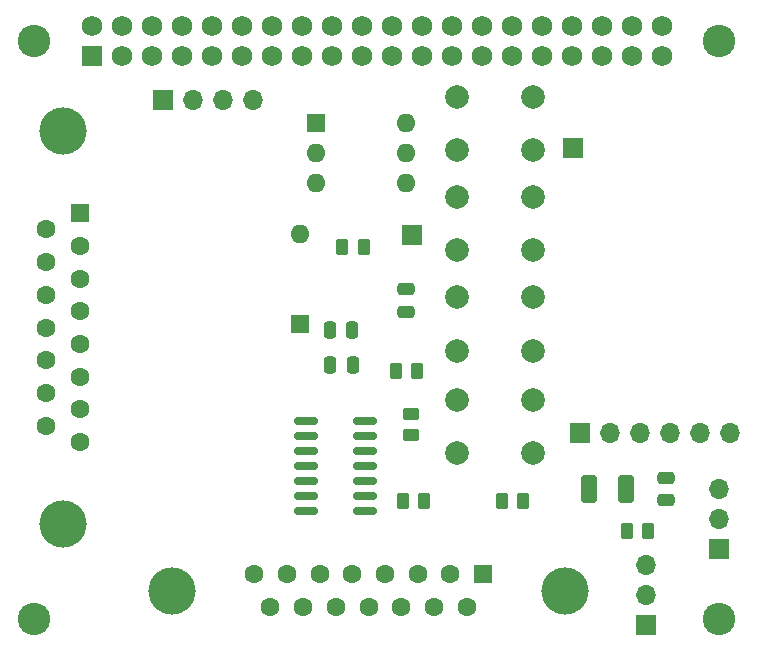
<source format=gts>
G04 #@! TF.GenerationSoftware,KiCad,Pcbnew,7.0.9*
G04 #@! TF.CreationDate,2023-12-26T00:02:25-07:00*
G04 #@! TF.ProjectId,midi_test,6d696469-5f74-4657-9374-2e6b69636164,rev?*
G04 #@! TF.SameCoordinates,Original*
G04 #@! TF.FileFunction,Soldermask,Top*
G04 #@! TF.FilePolarity,Negative*
%FSLAX46Y46*%
G04 Gerber Fmt 4.6, Leading zero omitted, Abs format (unit mm)*
G04 Created by KiCad (PCBNEW 7.0.9) date 2023-12-26 00:02:25*
%MOMM*%
%LPD*%
G01*
G04 APERTURE LIST*
G04 Aperture macros list*
%AMRoundRect*
0 Rectangle with rounded corners*
0 $1 Rounding radius*
0 $2 $3 $4 $5 $6 $7 $8 $9 X,Y pos of 4 corners*
0 Add a 4 corners polygon primitive as box body*
4,1,4,$2,$3,$4,$5,$6,$7,$8,$9,$2,$3,0*
0 Add four circle primitives for the rounded corners*
1,1,$1+$1,$2,$3*
1,1,$1+$1,$4,$5*
1,1,$1+$1,$6,$7*
1,1,$1+$1,$8,$9*
0 Add four rect primitives between the rounded corners*
20,1,$1+$1,$2,$3,$4,$5,0*
20,1,$1+$1,$4,$5,$6,$7,0*
20,1,$1+$1,$6,$7,$8,$9,0*
20,1,$1+$1,$8,$9,$2,$3,0*%
G04 Aperture macros list end*
%ADD10RoundRect,0.250000X-0.475000X0.250000X-0.475000X-0.250000X0.475000X-0.250000X0.475000X0.250000X0*%
%ADD11C,4.000000*%
%ADD12R,1.600000X1.600000*%
%ADD13C,1.600000*%
%ADD14C,2.000000*%
%ADD15RoundRect,0.150000X-0.825000X-0.150000X0.825000X-0.150000X0.825000X0.150000X-0.825000X0.150000X0*%
%ADD16C,2.750000*%
%ADD17R,1.750000X1.750000*%
%ADD18C,1.750000*%
%ADD19RoundRect,0.250000X0.262500X0.450000X-0.262500X0.450000X-0.262500X-0.450000X0.262500X-0.450000X0*%
%ADD20R,1.700000X1.700000*%
%ADD21O,1.700000X1.700000*%
%ADD22RoundRect,0.250000X0.475000X-0.250000X0.475000X0.250000X-0.475000X0.250000X-0.475000X-0.250000X0*%
%ADD23O,1.600000X1.600000*%
%ADD24RoundRect,0.250000X-0.262500X-0.450000X0.262500X-0.450000X0.262500X0.450000X-0.262500X0.450000X0*%
%ADD25RoundRect,0.250000X0.250000X0.475000X-0.250000X0.475000X-0.250000X-0.475000X0.250000X-0.475000X0*%
%ADD26RoundRect,0.250000X0.412500X0.925000X-0.412500X0.925000X-0.412500X-0.925000X0.412500X-0.925000X0*%
%ADD27RoundRect,0.250000X-0.250000X-0.475000X0.250000X-0.475000X0.250000X0.475000X-0.250000X0.475000X0*%
%ADD28RoundRect,0.250000X0.450000X-0.262500X0.450000X0.262500X-0.450000X0.262500X-0.450000X-0.262500X0*%
G04 APERTURE END LIST*
D10*
X170000000Y-68550000D03*
X170000000Y-70450000D03*
D11*
X150155000Y-94080000D03*
X183455000Y-94080000D03*
D12*
X176500000Y-92660000D03*
D13*
X173730000Y-92660000D03*
X170960000Y-92660000D03*
X168190000Y-92660000D03*
X165420000Y-92660000D03*
X162650000Y-92660000D03*
X159880000Y-92660000D03*
X157110000Y-92660000D03*
X175115000Y-95500000D03*
X172345000Y-95500000D03*
X169575000Y-95500000D03*
X166805000Y-95500000D03*
X164035000Y-95500000D03*
X161265000Y-95500000D03*
X158495000Y-95500000D03*
D14*
X174250000Y-52250000D03*
X180750000Y-52250000D03*
X174250000Y-56750000D03*
X180750000Y-56750000D03*
D15*
X161525000Y-79750000D03*
X161525000Y-81020000D03*
X161525000Y-82290000D03*
X161525000Y-83560000D03*
X161525000Y-84830000D03*
X161525000Y-86100000D03*
X161525000Y-87370000D03*
X166475000Y-87370000D03*
X166475000Y-86100000D03*
X166475000Y-84830000D03*
X166475000Y-83560000D03*
X166475000Y-82290000D03*
X166475000Y-81020000D03*
X166475000Y-79750000D03*
D14*
X174250000Y-77900000D03*
X180750000Y-77900000D03*
X174250000Y-82400000D03*
X180750000Y-82400000D03*
D16*
X138500000Y-47500000D03*
X138500000Y-96500000D03*
X196500000Y-47500000D03*
X196500000Y-96500000D03*
D17*
X143370000Y-48770000D03*
D18*
X143370000Y-46230000D03*
X145910000Y-48770000D03*
X145910000Y-46230000D03*
X148450000Y-48770000D03*
X148450000Y-46230000D03*
X150990000Y-48770000D03*
X150990000Y-46230000D03*
X153530000Y-48770000D03*
X153530000Y-46230000D03*
X156070000Y-48770000D03*
X156070000Y-46230000D03*
X158610000Y-48770000D03*
X158610000Y-46230000D03*
X161150000Y-48770000D03*
X161150000Y-46230000D03*
X163690000Y-48770000D03*
X163690000Y-46230000D03*
X166230000Y-48770000D03*
X166230000Y-46230000D03*
X168770000Y-48770000D03*
X168770000Y-46230000D03*
X171310000Y-48770000D03*
X171310000Y-46230000D03*
X173850000Y-48770000D03*
X173850000Y-46230000D03*
X176390000Y-48770000D03*
X176390000Y-46230000D03*
X178930000Y-48770000D03*
X178930000Y-46230000D03*
X181470000Y-48770000D03*
X181470000Y-46230000D03*
X184010000Y-48770000D03*
X184010000Y-46230000D03*
X186550000Y-48770000D03*
X186550000Y-46230000D03*
X189090000Y-48770000D03*
X189090000Y-46230000D03*
X191630000Y-48770000D03*
X191630000Y-46230000D03*
D19*
X171500000Y-86500000D03*
X169675000Y-86500000D03*
X190500000Y-89000000D03*
X188675000Y-89000000D03*
D20*
X190250000Y-97000000D03*
D21*
X190250000Y-94460000D03*
X190250000Y-91920000D03*
D14*
X174250000Y-60750000D03*
X180750000Y-60750000D03*
X174250000Y-65250000D03*
X180750000Y-65250000D03*
D20*
X149380000Y-52500000D03*
D21*
X151920000Y-52500000D03*
X154460000Y-52500000D03*
X157000000Y-52500000D03*
D22*
X192000000Y-86400000D03*
X192000000Y-84500000D03*
D20*
X184730000Y-80700000D03*
D21*
X187270000Y-80700000D03*
X189810000Y-80700000D03*
X192350000Y-80700000D03*
X194890000Y-80700000D03*
X197430000Y-80700000D03*
D23*
X170000000Y-54475000D03*
X170000000Y-57015000D03*
X170000000Y-59555000D03*
X162380000Y-59555000D03*
X162380000Y-57015000D03*
D12*
X162380000Y-54475000D03*
D20*
X184150000Y-56600000D03*
D14*
X174250000Y-69250000D03*
X180750000Y-69250000D03*
X174250000Y-73750000D03*
X180750000Y-73750000D03*
D20*
X196475000Y-90580000D03*
D21*
X196475000Y-88040000D03*
X196475000Y-85500000D03*
D20*
X170500000Y-64000000D03*
D24*
X178087500Y-86500000D03*
X179912500Y-86500000D03*
X164587500Y-65000000D03*
X166412500Y-65000000D03*
D25*
X165450000Y-75000000D03*
X163550000Y-75000000D03*
D26*
X188575000Y-85500000D03*
X185500000Y-85500000D03*
D27*
X163500000Y-72000000D03*
X165400000Y-72000000D03*
D11*
X140910331Y-55160000D03*
X140910331Y-88460000D03*
D12*
X142330331Y-62115000D03*
D13*
X142330331Y-64885000D03*
X142330331Y-67655000D03*
X142330331Y-70425000D03*
X142330331Y-73195000D03*
X142330331Y-75965000D03*
X142330331Y-78735000D03*
X142330331Y-81505000D03*
X139490331Y-63500000D03*
X139490331Y-66270000D03*
X139490331Y-69040000D03*
X139490331Y-71810000D03*
X139490331Y-74580000D03*
X139490331Y-77350000D03*
X139490331Y-80120000D03*
D24*
X169087500Y-75500000D03*
X170912500Y-75500000D03*
D28*
X170412500Y-80912500D03*
X170412500Y-79087500D03*
D23*
X161000000Y-63880000D03*
D12*
X161000000Y-71500000D03*
M02*

</source>
